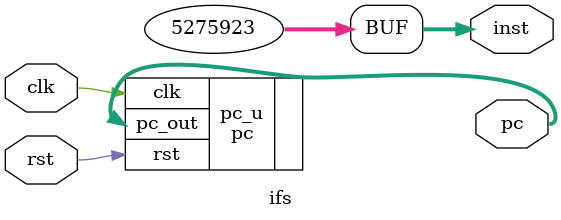
<source format=v>
module ifs(
    input clk,
    input rst,
    output [31:0] pc,
    output [31:0] inst
);

wire [31:0] pc;
wire [31:0] inst;
assign inst = 32'h00508113;

pc pc_u(
    .clk(clk),
    .rst(rst),
    .pc_out(pc)
);

endmodule
</source>
